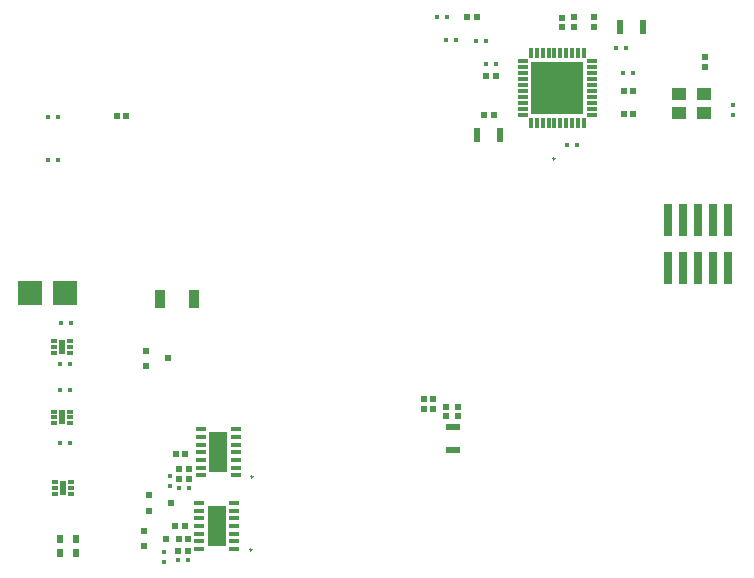
<source format=gbp>
G04*
G04 #@! TF.GenerationSoftware,Altium Limited,Altium Designer,19.0.4 (130)*
G04*
G04 Layer_Color=128*
%FSLAX25Y25*%
%MOIN*%
G70*
G01*
G75*
%ADD19R,0.01575X0.01772*%
%ADD20R,0.02913X0.10984*%
%ADD21R,0.01968X0.05118*%
%ADD22R,0.02126X0.02126*%
%ADD23R,0.02126X0.02126*%
%ADD27R,0.01772X0.01575*%
%ADD29R,0.01968X0.03150*%
%ADD30R,0.03543X0.06496*%
G04:AMPARAMS|DCode=39|XSize=11.81mil|YSize=11.81mil|CornerRadius=5.91mil|HoleSize=0mil|Usage=FLASHONLY|Rotation=270.000|XOffset=0mil|YOffset=0mil|HoleType=Round|Shape=RoundedRectangle|*
%AMROUNDEDRECTD39*
21,1,0.01181,0.00000,0,0,270.0*
21,1,0.00000,0.01181,0,0,270.0*
1,1,0.01181,0.00000,0.00000*
1,1,0.01181,0.00000,0.00000*
1,1,0.01181,0.00000,0.00000*
1,1,0.01181,0.00000,0.00000*
%
%ADD39ROUNDEDRECTD39*%
%ADD89R,0.03543X0.01181*%
%ADD90R,0.01181X0.03543*%
%ADD91R,0.17717X0.17717*%
%ADD92R,0.05118X0.04331*%
%ADD93R,0.02362X0.02362*%
%ADD94R,0.08268X0.08071*%
%ADD95R,0.02047X0.01260*%
%ADD96R,0.02402X0.04961*%
%ADD97R,0.06299X0.13386*%
%ADD98R,0.03169X0.01181*%
%ADD99R,0.05118X0.01968*%
G36*
X116329Y56299D02*
X115329D01*
Y57299D01*
X116329D01*
Y56299D01*
D02*
G37*
G36*
X116938Y80906D02*
X115938D01*
Y81906D01*
X116938D01*
Y80906D01*
D02*
G37*
D19*
X189910Y226083D02*
D03*
X193257D02*
D03*
X195983Y218504D02*
D03*
X192637D02*
D03*
X206004Y218110D02*
D03*
X202658D02*
D03*
X209498Y210236D02*
D03*
X206151D02*
D03*
X233169Y183465D02*
D03*
X236516D02*
D03*
X255217Y207283D02*
D03*
X251870D02*
D03*
X249508Y215748D02*
D03*
X252854D02*
D03*
X60138Y192520D02*
D03*
X63484D02*
D03*
X60138Y178347D02*
D03*
X63484D02*
D03*
X103445Y44882D02*
D03*
X106791D02*
D03*
X103839Y68898D02*
D03*
X107185D02*
D03*
X64468Y124016D02*
D03*
X67815D02*
D03*
X64075Y83858D02*
D03*
X67421D02*
D03*
X64075Y101772D02*
D03*
X67421D02*
D03*
X64173Y110236D02*
D03*
X67520D02*
D03*
D20*
X286653Y142305D02*
D03*
Y158329D02*
D03*
X281653Y142305D02*
D03*
Y158329D02*
D03*
X276654Y142305D02*
D03*
Y158329D02*
D03*
X271654Y142305D02*
D03*
Y158329D02*
D03*
X266653Y142305D02*
D03*
Y158329D02*
D03*
D21*
X203248Y186614D02*
D03*
X210925D02*
D03*
X258513Y222638D02*
D03*
X250836D02*
D03*
D22*
X202984Y225984D02*
D03*
X199834D02*
D03*
X209399Y206299D02*
D03*
X206250D02*
D03*
X205512Y193307D02*
D03*
X208661D02*
D03*
X255118Y193701D02*
D03*
X251969D02*
D03*
X255118Y201378D02*
D03*
X251969D02*
D03*
X86221Y192936D02*
D03*
X83071D02*
D03*
X188583Y95472D02*
D03*
X185433D02*
D03*
X188583Y98622D02*
D03*
X185433D02*
D03*
X103937Y72047D02*
D03*
X107087D02*
D03*
X106890Y52165D02*
D03*
X103740D02*
D03*
X107087Y75197D02*
D03*
X103937D02*
D03*
X103543Y48031D02*
D03*
X106693D02*
D03*
X102756Y80500D02*
D03*
X105905D02*
D03*
X102488Y56328D02*
D03*
X105638D02*
D03*
D23*
X242126Y225975D02*
D03*
Y222825D02*
D03*
X235433Y222835D02*
D03*
Y225984D02*
D03*
X231496Y222630D02*
D03*
Y225779D02*
D03*
X279134Y212598D02*
D03*
Y209449D02*
D03*
X192913Y96063D02*
D03*
Y92913D02*
D03*
X196850Y96063D02*
D03*
Y92913D02*
D03*
D27*
X288583Y196555D02*
D03*
Y193209D02*
D03*
X98819Y44390D02*
D03*
Y47736D02*
D03*
X100787Y69587D02*
D03*
Y72933D02*
D03*
D29*
X64016Y52165D02*
D03*
X69449D02*
D03*
X64016Y47244D02*
D03*
X69449D02*
D03*
D30*
X97441Y131890D02*
D03*
X108661D02*
D03*
D39*
X228865Y178585D02*
D03*
X127893Y48228D02*
D03*
X127953Y72835D02*
D03*
D89*
X218307Y193504D02*
D03*
Y195472D02*
D03*
Y197441D02*
D03*
Y199409D02*
D03*
Y201378D02*
D03*
Y203346D02*
D03*
Y205315D02*
D03*
Y207283D02*
D03*
Y209252D02*
D03*
Y211221D02*
D03*
X241535D02*
D03*
Y209252D02*
D03*
Y207283D02*
D03*
Y205315D02*
D03*
Y203346D02*
D03*
Y201378D02*
D03*
Y199409D02*
D03*
Y197441D02*
D03*
Y195472D02*
D03*
Y193504D02*
D03*
D90*
X221063Y213976D02*
D03*
X223031D02*
D03*
X225000D02*
D03*
X226969D02*
D03*
X228937D02*
D03*
X230906D02*
D03*
X232874D02*
D03*
X234842D02*
D03*
X236811D02*
D03*
X238779D02*
D03*
Y190748D02*
D03*
X236811D02*
D03*
X234842D02*
D03*
X232874D02*
D03*
X230906D02*
D03*
X228937D02*
D03*
X226969D02*
D03*
X225000D02*
D03*
X223031D02*
D03*
X221063D02*
D03*
D91*
X229921Y202362D02*
D03*
D92*
X278779Y200492D02*
D03*
X270511D02*
D03*
Y193996D02*
D03*
X278779D02*
D03*
D93*
X92027Y49606D02*
D03*
Y54724D02*
D03*
X99311Y52165D02*
D03*
X92815Y109646D02*
D03*
Y114764D02*
D03*
X100099Y112205D02*
D03*
X93799Y61417D02*
D03*
Y66535D02*
D03*
X101083Y63976D02*
D03*
D94*
X54232Y133858D02*
D03*
X65847D02*
D03*
D95*
X67441Y118110D02*
D03*
Y116142D02*
D03*
Y114173D02*
D03*
X62008Y118110D02*
D03*
Y116142D02*
D03*
Y114173D02*
D03*
X67441Y94488D02*
D03*
Y92520D02*
D03*
Y90551D02*
D03*
X62008Y94488D02*
D03*
Y92520D02*
D03*
Y90551D02*
D03*
X67913Y70866D02*
D03*
Y68898D02*
D03*
Y66929D02*
D03*
X62480Y70866D02*
D03*
Y68898D02*
D03*
Y66929D02*
D03*
D96*
X64724Y116142D02*
D03*
Y92520D02*
D03*
X65197Y68898D02*
D03*
D97*
X116329Y56299D02*
D03*
X116938Y80906D02*
D03*
D98*
X110611Y63976D02*
D03*
Y61417D02*
D03*
Y58858D02*
D03*
Y56299D02*
D03*
Y53740D02*
D03*
Y51181D02*
D03*
Y48622D02*
D03*
X122047D02*
D03*
Y51181D02*
D03*
Y53740D02*
D03*
Y56299D02*
D03*
Y58858D02*
D03*
Y61417D02*
D03*
Y63976D02*
D03*
X111221Y88583D02*
D03*
Y86024D02*
D03*
Y83465D02*
D03*
Y80906D02*
D03*
Y78347D02*
D03*
Y75788D02*
D03*
Y73229D02*
D03*
X122657D02*
D03*
Y75788D02*
D03*
Y78347D02*
D03*
Y80906D02*
D03*
Y83465D02*
D03*
Y86024D02*
D03*
Y88583D02*
D03*
D99*
X195079Y81791D02*
D03*
Y89468D02*
D03*
M02*

</source>
